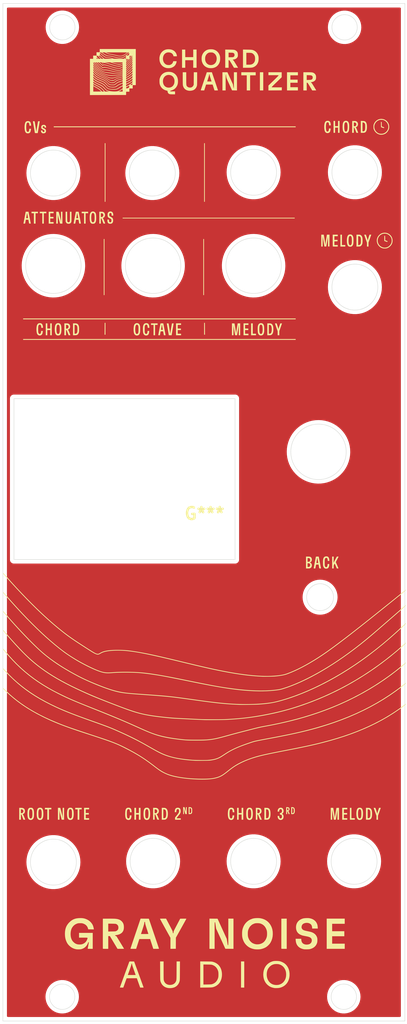
<source format=kicad_pcb>
(kicad_pcb (version 20211014) (generator pcbnew)
  (layers (0 "F.Cu" signal) (31 "B.Cu" signal) (34 "B.Paste" user) (35 "F.Paste" user) (36 "B.SilkS" user "B.Silkscreen") (37 "F.SilkS" user "F.Silkscreen") (38 "B.Mask" user) (39 "F.Mask" user) (44 "Edge.Cuts" user))
  (net 0 "")
  (footprint "SynthStuff:vccg_faceplate" (layer "F.Cu") (at 220.3 79.8)
    (fp_text reference "G***" (at 0 0) (layer "F.SilkS") (effects (font (size 1.524 1.524) (thickness 0.3))))
    (fp_text value "LOGO" hide)
  )
  (gr_circle (center 213.7 36.8) (end 216.6 36.8) (layer "Edge.Cuts") (width 0.05) (fill none))
  (gr_line (start 194.818 143.8656) (end 194.818 143.8148) (layer "Edge.Cuts") (width 0.05))
  (gr_circle (center 239.3 51.2) (end 242.2 51.2) (layer "Edge.Cuts") (width 0.05) (fill none))
  (gr_circle (center 234.7 72) (end 238.2 72) (layer "Edge.Cuts") (width 0.05) (fill none))
  (gr_circle (center 239.3 36.7) (end 242.2 36.7) (layer "Edge.Cuts") (width 0.05) (fill none))
  (gr_line (start 194.818 131.318) (end 194.818 27.94) (layer "Edge.Cuts") (width 0.05))
  (gr_line (start 196.215 85.598) (end 196.215 65.278) (layer "Edge.Cuts") (width 0.05))
  (gr_line (start 224.155 65.278) (end 224.155 85.598) (layer "Edge.Cuts") (width 0.05))
  (gr_circle (center 226.5 48.5) (end 230 48.5) (layer "Edge.Cuts") (width 0.05) (fill none))
  (gr_circle (center 237.9 140.8) (end 239.5 140.8) (layer "Edge.Cuts") (width 0.05) (fill none))
  (gr_line (start 194.818 15.4432) (end 194.818 15.3924) (layer "Edge.Cuts") (width 0.05))
  (gr_circle (center 238 18.4) (end 239.6 18.4) (layer "Edge.Cuts") (width 0.05) (fill none))
  (gr_circle (center 239.2 123.7) (end 242.1 123.7) (layer "Edge.Cuts") (width 0.05) (fill none))
  (gr_circle (center 234.9 90.35) (end 236.6 90.35) (layer "Edge.Cuts") (width 0.05) (fill none))
  (gr_line (start 245.618 143.8656) (end 194.818 143.8656) (layer "Edge.Cuts") (width 0.05))
  (gr_line (start 245.618 27.94) (end 245.618 15.4432) (layer "Edge.Cuts") (width 0.05))
  (gr_line (start 245.618 15.3924) (end 245.618 15.4432) (layer "Edge.Cuts") (width 0.05))
  (gr_circle (center 202.31 140.8) (end 203.91 140.8) (layer "Edge.Cuts") (width 0.05) (fill none))
  (gr_line (start 194.818 131.318) (end 194.818 143.8148) (layer "Edge.Cuts") (width 0.05))
  (gr_circle (center 201.2 36.8) (end 204.1 36.8) (layer "Edge.Cuts") (width 0.05) (fill none))
  (gr_line (start 245.618 143.764) (end 245.618 143.8148) (layer "Edge.Cuts") (width 0.05))
  (gr_circle (center 202.33 18.39) (end 203.93 18.39) (layer "Edge.Cuts") (width 0.05) (fill none))
  (gr_circle (center 213.8 48.5) (end 217.3 48.5) (layer "Edge.Cuts") (width 0.05) (fill none))
  (gr_line (start 194.818 15.3924) (end 245.618 15.3924) (layer "Edge.Cuts") (width 0.05))
  (gr_line (start 194.818 27.94) (end 194.818 15.4432) (layer "Edge.Cuts") (width 0.05))
  (gr_circle (center 213.8 123.7) (end 216.7 123.7) (layer "Edge.Cuts") (width 0.05) (fill none))
  (gr_line (start 245.618 143.8148) (end 245.618 143.8656) (layer "Edge.Cuts") (width 0.05))
  (gr_line (start 245.618 131.318) (end 245.618 27.94) (layer "Edge.Cuts") (width 0.05))
  (gr_line (start 245.618 131.318) (end 245.618 143.764) (layer "Edge.Cuts") (width 0.05))
  (gr_circle (center 201.2 123.8) (end 204.1 123.8) (layer "Edge.Cuts") (width 0.05) (fill none))
  (gr_line (start 196.215 65.278) (end 224.155 65.278) (layer "Edge.Cuts") (width 0.05))
  (gr_circle (center 201.2 48.5) (end 204.7 48.5) (layer "Edge.Cuts") (width 0.05) (fill none))
  (gr_circle (center 226.5 123.7) (end 229.4 123.7) (layer "Edge.Cuts") (width 0.05) (fill none))
  (gr_circle (center 226.5 36.7) (end 229.4 36.7) (layer "Edge.Cuts") (width 0.05) (fill none))
  (gr_line (start 224.155 85.598) (end 196.215 85.598) (layer "Edge.Cuts") (width 0.05))
  (zone (net 0) (net_name "") (layer "F.Cu") (connect_pads (clearance 0.508)) (min_thickness 0.254) (fill yes (thermal_gap 0.508) (thermal_bridge_width 0.508))
    (polygon (pts (xy 245.65 143.85) (xy 194.8 143.85) (xy 194.8 15.4) (xy 245.6 15.4)))
  )
)
</source>
